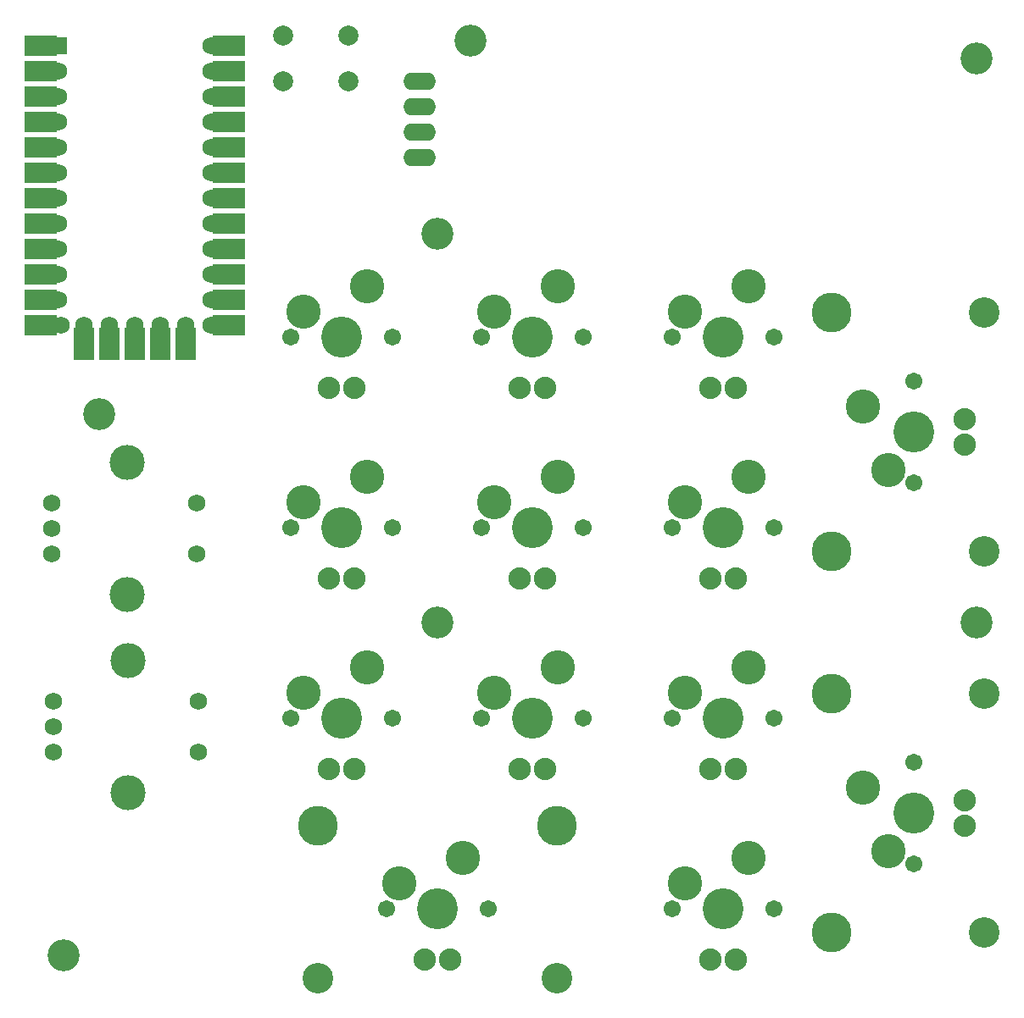
<source format=gts>
G04 #@! TF.GenerationSoftware,KiCad,Pcbnew,(5.1.9)-1*
G04 #@! TF.CreationDate,2021-06-17T16:50:29+01:00*
G04 #@! TF.ProjectId,AutoPilot,4175746f-5069-46c6-9f74-2e6b69636164,0.3*
G04 #@! TF.SameCoordinates,Original*
G04 #@! TF.FileFunction,Soldermask,Top*
G04 #@! TF.FilePolarity,Negative*
%FSLAX46Y46*%
G04 Gerber Fmt 4.6, Leading zero omitted, Abs format (unit mm)*
G04 Created by KiCad (PCBNEW (5.1.9)-1) date 2021-06-17 16:50:29*
%MOMM*%
%LPD*%
G01*
G04 APERTURE LIST*
%ADD10C,1.727200*%
%ADD11C,3.505200*%
%ADD12C,3.200001*%
%ADD13C,3.987800*%
%ADD14C,3.048000*%
%ADD15C,4.089400*%
%ADD16C,1.706881*%
%ADD17C,2.235200*%
%ADD18C,3.429000*%
%ADD19C,3.200000*%
%ADD20R,2.000000X3.250000*%
%ADD21R,3.250000X2.000000*%
%ADD22C,1.752600*%
%ADD23R,1.752600X1.752600*%
%ADD24C,2.000000*%
%ADD25O,3.251200X1.727200*%
G04 APERTURE END LIST*
D10*
X80137000Y-102616000D03*
X80137000Y-107696000D03*
X94615000Y-102616000D03*
D11*
X87630000Y-98552000D03*
X87630000Y-111760000D03*
D10*
X94615000Y-107696000D03*
X80137000Y-105156000D03*
D12*
X84836000Y-93726000D03*
D13*
X157988000Y-83629500D03*
X157988000Y-107505500D03*
D14*
X173228000Y-107505500D03*
X173228000Y-83629500D03*
D15*
X166243000Y-95567500D03*
D16*
X166243000Y-100647500D03*
X166243000Y-90487500D03*
D17*
X171323000Y-96837500D03*
X171323000Y-94297500D03*
D18*
X163703000Y-99377500D03*
X161163000Y-93027500D03*
D13*
X157988000Y-121729500D03*
X157988000Y-145605500D03*
D14*
X173228000Y-145605500D03*
X173228000Y-121729500D03*
D15*
X166243000Y-133667500D03*
D16*
X166243000Y-138747500D03*
X166243000Y-128587500D03*
D17*
X171323000Y-134937500D03*
X171323000Y-132397500D03*
D18*
X163703000Y-137477500D03*
X161163000Y-131127500D03*
D13*
X106680000Y-134937500D03*
X130556000Y-134937500D03*
D14*
X130556000Y-150177500D03*
X106680000Y-150177500D03*
D18*
X121158000Y-138112500D03*
X114808000Y-140652500D03*
D17*
X119888000Y-148272500D03*
X117348000Y-148272500D03*
D16*
X123698000Y-143192500D03*
X113538000Y-143192500D03*
D15*
X118618000Y-143192500D03*
D19*
X118618000Y-114554000D03*
D20*
X93472000Y-86741000D03*
X90932000Y-86741000D03*
X88392000Y-86741000D03*
X85852000Y-86741000D03*
X83312000Y-86741000D03*
D21*
X97790000Y-56896000D03*
X97790000Y-59436000D03*
X97790000Y-61976000D03*
X97790000Y-64516000D03*
X97790000Y-67056000D03*
X97790000Y-69596000D03*
X97790000Y-72136000D03*
X97790000Y-74676000D03*
X97790000Y-77216000D03*
X97790000Y-79756000D03*
X97790000Y-82296000D03*
X97790000Y-84836000D03*
X78994000Y-84836000D03*
X78994000Y-82296000D03*
X78994000Y-79756000D03*
X78994000Y-77216000D03*
X78994000Y-74676000D03*
X78994000Y-72136000D03*
X78994000Y-69596000D03*
X78994000Y-67056000D03*
X78994000Y-64516000D03*
X78994000Y-61976000D03*
X78994000Y-59436000D03*
X78994000Y-56896000D03*
D22*
X83312000Y-84836000D03*
X85852000Y-84836000D03*
X88392000Y-84836000D03*
X90932000Y-84836000D03*
X93472000Y-84836000D03*
X96012000Y-56896000D03*
X81000600Y-84836000D03*
X96012000Y-59436000D03*
X96012000Y-61976000D03*
X96012000Y-64516000D03*
X96012000Y-67056000D03*
X96012000Y-69596000D03*
X96012000Y-72136000D03*
X96012000Y-74676000D03*
X96012000Y-77216000D03*
X96012000Y-79756000D03*
X96012000Y-82296000D03*
X96012000Y-84836000D03*
X80772000Y-82296000D03*
X80772000Y-79756000D03*
X80772000Y-77216000D03*
X80772000Y-74676000D03*
X80772000Y-72136000D03*
X80772000Y-69596000D03*
X80772000Y-67056000D03*
X80772000Y-64516000D03*
X80772000Y-61976000D03*
X80772000Y-59436000D03*
D23*
X80772000Y-56896000D03*
D19*
X118618000Y-75692000D03*
X121920000Y-56388000D03*
X172466000Y-58166000D03*
X81280000Y-147828000D03*
D12*
X172466000Y-114554000D03*
D18*
X111633000Y-100012500D03*
X105283000Y-102552500D03*
D17*
X110363000Y-110172500D03*
X107823000Y-110172500D03*
D16*
X114173000Y-105092500D03*
X104013000Y-105092500D03*
D15*
X109093000Y-105092500D03*
D24*
X103228000Y-60452000D03*
X103228000Y-55952000D03*
X109728000Y-60452000D03*
X109728000Y-55952000D03*
D25*
X116840000Y-68072000D03*
X116840000Y-65532000D03*
X116840000Y-62992000D03*
X116840000Y-60452000D03*
D18*
X149733000Y-138112500D03*
X143383000Y-140652500D03*
D17*
X148463000Y-148272500D03*
X145923000Y-148272500D03*
D16*
X152273000Y-143192500D03*
X142113000Y-143192500D03*
D15*
X147193000Y-143192500D03*
D18*
X130683000Y-80962500D03*
X124333000Y-83502500D03*
D17*
X129413000Y-91122500D03*
X126873000Y-91122500D03*
D16*
X133223000Y-86042500D03*
X123063000Y-86042500D03*
D15*
X128143000Y-86042500D03*
D10*
X80251300Y-122428000D03*
X80251300Y-127508000D03*
X94729300Y-122428000D03*
D11*
X87744300Y-118364000D03*
X87744300Y-131572000D03*
D10*
X94729300Y-127508000D03*
X80251300Y-124968000D03*
D18*
X149733000Y-80962500D03*
X143383000Y-83502500D03*
D17*
X148463000Y-91122500D03*
X145923000Y-91122500D03*
D16*
X152273000Y-86042500D03*
X142113000Y-86042500D03*
D15*
X147193000Y-86042500D03*
D18*
X130683000Y-100012500D03*
X124333000Y-102552500D03*
D17*
X129413000Y-110172500D03*
X126873000Y-110172500D03*
D16*
X133223000Y-105092500D03*
X123063000Y-105092500D03*
D15*
X128143000Y-105092500D03*
D18*
X149733000Y-100012500D03*
X143383000Y-102552500D03*
D17*
X148463000Y-110172500D03*
X145923000Y-110172500D03*
D16*
X152273000Y-105092500D03*
X142113000Y-105092500D03*
D15*
X147193000Y-105092500D03*
D18*
X111633000Y-119062500D03*
X105283000Y-121602500D03*
D17*
X110363000Y-129222500D03*
X107823000Y-129222500D03*
D16*
X114173000Y-124142500D03*
X104013000Y-124142500D03*
D15*
X109093000Y-124142500D03*
D18*
X130683000Y-119062500D03*
X124333000Y-121602500D03*
D17*
X129413000Y-129222500D03*
X126873000Y-129222500D03*
D16*
X133223000Y-124142500D03*
X123063000Y-124142500D03*
D15*
X128143000Y-124142500D03*
D18*
X149733000Y-119062500D03*
X143383000Y-121602500D03*
D17*
X148463000Y-129222500D03*
X145923000Y-129222500D03*
D16*
X152273000Y-124142500D03*
X142113000Y-124142500D03*
D15*
X147193000Y-124142500D03*
D18*
X111633000Y-80962500D03*
X105283000Y-83502500D03*
D17*
X110363000Y-91122500D03*
X107823000Y-91122500D03*
D16*
X114173000Y-86042500D03*
X104013000Y-86042500D03*
D15*
X109093000Y-86042500D03*
M02*

</source>
